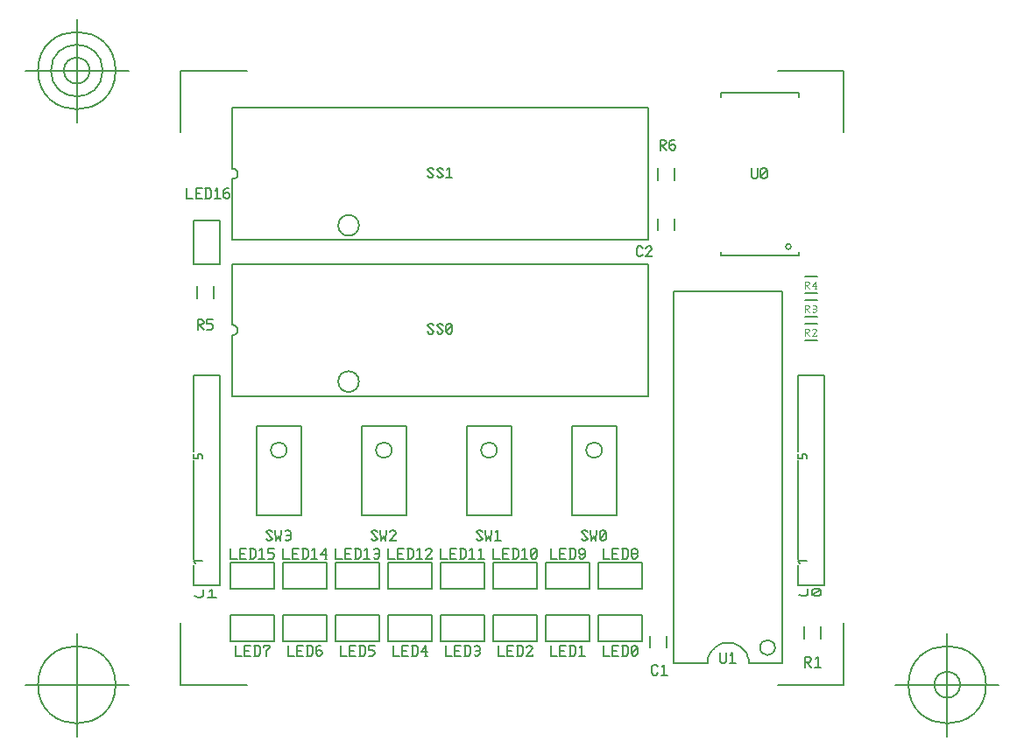
<source format=gbr>
G04 Generated by Ultiboard 11.0 *
%FSLAX25Y25*%
%MOIN*%

%ADD10C,0.00612*%
%ADD11C,0.00800*%
%ADD12C,0.00444*%
%ADD13C,0.00787*%
%ADD14C,0.00500*%


G04 ColorRGB FFFF00 for the following layer *
%LNSilkscreen Top*%
%LPD*%
%FSLAX25Y25*%
%MOIN*%
G54D10*
X96601Y132898D02*
X97385Y132110D01*
X97385Y132110D02*
X98168Y132110D01*
X98168Y132110D02*
X98952Y132898D01*
X98952Y132898D02*
X96601Y135260D01*
X96601Y135260D02*
X97385Y136047D01*
X97385Y136047D02*
X98168Y136047D01*
X98168Y136047D02*
X98952Y135260D01*
X100128Y132898D02*
X100912Y132110D01*
X100912Y132110D02*
X101696Y132110D01*
X101696Y132110D02*
X102480Y132898D01*
X102480Y132898D02*
X100128Y135260D01*
X100128Y135260D02*
X100912Y136047D01*
X100912Y136047D02*
X101696Y136047D01*
X101696Y136047D02*
X102480Y135260D01*
X103656Y135260D02*
X104440Y136047D01*
X104440Y136047D02*
X105224Y136047D01*
X105224Y136047D02*
X106007Y135260D01*
X106007Y135260D02*
X106007Y132898D01*
X106007Y132898D02*
X105224Y132110D01*
X105224Y132110D02*
X104440Y132110D01*
X104440Y132110D02*
X103656Y132898D01*
X103656Y132898D02*
X103656Y135260D01*
X106007Y135260D02*
X103656Y132898D01*
X96601Y192398D02*
X97385Y191610D01*
X97385Y191610D02*
X98168Y191610D01*
X98168Y191610D02*
X98952Y192398D01*
X98952Y192398D02*
X96601Y194760D01*
X96601Y194760D02*
X97385Y195547D01*
X97385Y195547D02*
X98168Y195547D01*
X98168Y195547D02*
X98952Y194760D01*
X100128Y192398D02*
X100912Y191610D01*
X100912Y191610D02*
X101696Y191610D01*
X101696Y191610D02*
X102480Y192398D01*
X102480Y192398D02*
X100128Y194760D01*
X100128Y194760D02*
X100912Y195547D01*
X100912Y195547D02*
X101696Y195547D01*
X101696Y195547D02*
X102480Y194760D01*
X104048Y194760D02*
X104832Y195547D01*
X104832Y195547D02*
X104832Y191610D01*
X103656Y191610D02*
X106007Y191610D01*
X115101Y54213D02*
X115885Y53425D01*
X115885Y53425D02*
X116668Y53425D01*
X116668Y53425D02*
X117452Y54213D01*
X117452Y54213D02*
X115101Y56575D01*
X115101Y56575D02*
X115885Y57362D01*
X115885Y57362D02*
X116668Y57362D01*
X116668Y57362D02*
X117452Y56575D01*
X118628Y57362D02*
X119020Y53425D01*
X119020Y53425D02*
X119804Y55000D01*
X119804Y55000D02*
X120588Y53425D01*
X120588Y53425D02*
X120980Y57362D01*
X122548Y56575D02*
X123332Y57362D01*
X123332Y57362D02*
X123332Y53425D01*
X122156Y53425D02*
X124507Y53425D01*
X35101Y54213D02*
X35885Y53425D01*
X35885Y53425D02*
X36668Y53425D01*
X36668Y53425D02*
X37452Y54213D01*
X37452Y54213D02*
X35101Y56575D01*
X35101Y56575D02*
X35885Y57362D01*
X35885Y57362D02*
X36668Y57362D01*
X36668Y57362D02*
X37452Y56575D01*
X38628Y57362D02*
X39020Y53425D01*
X39020Y53425D02*
X39804Y55000D01*
X39804Y55000D02*
X40588Y53425D01*
X40588Y53425D02*
X40980Y57362D01*
X42548Y56969D02*
X42940Y57362D01*
X42940Y57362D02*
X43724Y57362D01*
X43724Y57362D02*
X44507Y56575D01*
X44507Y56575D02*
X44507Y55787D01*
X44507Y55787D02*
X44115Y55394D01*
X44115Y55394D02*
X44507Y55000D01*
X44507Y55000D02*
X44507Y54213D01*
X44507Y54213D02*
X43724Y53425D01*
X43724Y53425D02*
X42940Y53425D01*
X42940Y53425D02*
X42548Y53819D01*
X42940Y55394D02*
X44115Y55394D01*
X75101Y54213D02*
X75885Y53425D01*
X75885Y53425D02*
X76668Y53425D01*
X76668Y53425D02*
X77452Y54213D01*
X77452Y54213D02*
X75101Y56575D01*
X75101Y56575D02*
X75885Y57362D01*
X75885Y57362D02*
X76668Y57362D01*
X76668Y57362D02*
X77452Y56575D01*
X78628Y57362D02*
X79020Y53425D01*
X79020Y53425D02*
X79804Y55000D01*
X79804Y55000D02*
X80588Y53425D01*
X80588Y53425D02*
X80980Y57362D01*
X82156Y56575D02*
X82940Y57362D01*
X82940Y57362D02*
X83724Y57362D01*
X83724Y57362D02*
X84507Y56575D01*
X84507Y56575D02*
X84507Y56181D01*
X84507Y56181D02*
X82156Y53425D01*
X82156Y53425D02*
X84507Y53425D01*
X84507Y53425D02*
X84507Y53819D01*
X9156Y133669D02*
X9156Y137606D01*
X9156Y137606D02*
X10724Y137606D01*
X10724Y137606D02*
X11507Y136819D01*
X11507Y136819D02*
X11507Y136425D01*
X11507Y136425D02*
X10724Y135638D01*
X10724Y135638D02*
X9156Y135638D01*
X9548Y135638D02*
X11507Y133669D01*
X15035Y137606D02*
X12683Y137606D01*
X12683Y137606D02*
X12683Y136031D01*
X12683Y136031D02*
X14251Y136031D01*
X14251Y136031D02*
X15035Y135244D01*
X15035Y135244D02*
X15035Y134457D01*
X15035Y134457D02*
X14251Y133669D01*
X14251Y133669D02*
X12683Y133669D01*
X207892Y10606D02*
X207892Y7457D01*
X207892Y7457D02*
X208676Y6669D01*
X208676Y6669D02*
X209460Y6669D01*
X209460Y6669D02*
X210244Y7457D01*
X210244Y7457D02*
X210244Y10606D01*
X211811Y9819D02*
X212595Y10606D01*
X212595Y10606D02*
X212595Y6669D01*
X211420Y6669D02*
X213771Y6669D01*
X184244Y2957D02*
X183460Y2169D01*
X183460Y2169D02*
X182676Y2169D01*
X182676Y2169D02*
X181892Y2957D01*
X181892Y2957D02*
X181892Y5319D01*
X181892Y5319D02*
X182676Y6106D01*
X182676Y6106D02*
X183460Y6106D01*
X183460Y6106D02*
X184244Y5319D01*
X185811Y5319D02*
X186595Y6106D01*
X186595Y6106D02*
X186595Y2169D01*
X185420Y2169D02*
X187771Y2169D01*
X155101Y54213D02*
X155885Y53425D01*
X155885Y53425D02*
X156668Y53425D01*
X156668Y53425D02*
X157452Y54213D01*
X157452Y54213D02*
X155101Y56575D01*
X155101Y56575D02*
X155885Y57362D01*
X155885Y57362D02*
X156668Y57362D01*
X156668Y57362D02*
X157452Y56575D01*
X158628Y57362D02*
X159020Y53425D01*
X159020Y53425D02*
X159804Y55000D01*
X159804Y55000D02*
X160588Y53425D01*
X160588Y53425D02*
X160980Y57362D01*
X162156Y56575D02*
X162940Y57362D01*
X162940Y57362D02*
X163724Y57362D01*
X163724Y57362D02*
X164507Y56575D01*
X164507Y56575D02*
X164507Y54213D01*
X164507Y54213D02*
X163724Y53425D01*
X163724Y53425D02*
X162940Y53425D01*
X162940Y53425D02*
X162156Y54213D01*
X162156Y54213D02*
X162156Y56575D01*
X164507Y56575D02*
X162156Y54213D01*
X240392Y5169D02*
X240392Y9106D01*
X240392Y9106D02*
X241960Y9106D01*
X241960Y9106D02*
X242744Y8319D01*
X242744Y8319D02*
X242744Y7925D01*
X242744Y7925D02*
X241960Y7138D01*
X241960Y7138D02*
X240392Y7138D01*
X240784Y7138D02*
X242744Y5169D01*
X244311Y8319D02*
X245095Y9106D01*
X245095Y9106D02*
X245095Y5169D01*
X243920Y5169D02*
X246271Y5169D01*
X185156Y202169D02*
X185156Y206106D01*
X185156Y206106D02*
X186724Y206106D01*
X186724Y206106D02*
X187507Y205319D01*
X187507Y205319D02*
X187507Y204925D01*
X187507Y204925D02*
X186724Y204138D01*
X186724Y204138D02*
X185156Y204138D01*
X185548Y204138D02*
X187507Y202169D01*
X190643Y206106D02*
X189467Y206106D01*
X189467Y206106D02*
X188683Y205319D01*
X188683Y205319D02*
X188683Y203744D01*
X188683Y203744D02*
X188683Y202957D01*
X188683Y202957D02*
X189467Y202169D01*
X189467Y202169D02*
X190251Y202169D01*
X190251Y202169D02*
X191035Y202957D01*
X191035Y202957D02*
X191035Y203744D01*
X191035Y203744D02*
X190251Y204531D01*
X190251Y204531D02*
X189467Y204531D01*
X189467Y204531D02*
X188683Y203744D01*
X178507Y162457D02*
X177724Y161669D01*
X177724Y161669D02*
X176940Y161669D01*
X176940Y161669D02*
X176156Y162457D01*
X176156Y162457D02*
X176156Y164819D01*
X176156Y164819D02*
X176940Y165606D01*
X176940Y165606D02*
X177724Y165606D01*
X177724Y165606D02*
X178507Y164819D01*
X179683Y164819D02*
X180467Y165606D01*
X180467Y165606D02*
X181251Y165606D01*
X181251Y165606D02*
X182035Y164819D01*
X182035Y164819D02*
X182035Y164425D01*
X182035Y164425D02*
X179683Y161669D01*
X179683Y161669D02*
X182035Y161669D01*
X182035Y161669D02*
X182035Y162063D01*
G54D11*
X123504Y13446D02*
X123504Y9509D01*
X123504Y9509D02*
X125856Y9509D01*
X129383Y9509D02*
X127031Y9509D01*
X127031Y9509D02*
X127031Y11477D01*
X127031Y11477D02*
X127031Y13446D01*
X127031Y13446D02*
X129383Y13446D01*
X127031Y11477D02*
X128599Y11477D01*
X130559Y9509D02*
X132126Y9509D01*
X132126Y9509D02*
X132910Y10296D01*
X132910Y10296D02*
X132910Y12658D01*
X132910Y12658D02*
X132126Y13446D01*
X132126Y13446D02*
X130559Y13446D01*
X130951Y13446D02*
X130951Y9509D01*
X134086Y12658D02*
X134870Y13446D01*
X134870Y13446D02*
X135654Y13446D01*
X135654Y13446D02*
X136437Y12658D01*
X136437Y12658D02*
X136437Y12264D01*
X136437Y12264D02*
X134086Y9509D01*
X134086Y9509D02*
X136437Y9509D01*
X136437Y9509D02*
X136437Y9902D01*
X121740Y50446D02*
X121740Y46509D01*
X121740Y46509D02*
X124092Y46509D01*
X127619Y46509D02*
X125268Y46509D01*
X125268Y46509D02*
X125268Y48477D01*
X125268Y48477D02*
X125268Y50446D01*
X125268Y50446D02*
X127619Y50446D01*
X125268Y48477D02*
X126835Y48477D01*
X128795Y46509D02*
X130363Y46509D01*
X130363Y46509D02*
X131147Y47296D01*
X131147Y47296D02*
X131147Y49658D01*
X131147Y49658D02*
X130363Y50446D01*
X130363Y50446D02*
X128795Y50446D01*
X129187Y50446D02*
X129187Y46509D01*
X132714Y49658D02*
X133498Y50446D01*
X133498Y50446D02*
X133498Y46509D01*
X132322Y46509D02*
X134674Y46509D01*
X135850Y49658D02*
X136633Y50446D01*
X136633Y50446D02*
X137417Y50446D01*
X137417Y50446D02*
X138201Y49658D01*
X138201Y49658D02*
X138201Y47296D01*
X138201Y47296D02*
X137417Y46509D01*
X137417Y46509D02*
X136633Y46509D01*
X136633Y46509D02*
X135850Y47296D01*
X135850Y47296D02*
X135850Y49658D01*
X138201Y49658D02*
X135850Y47296D01*
X63504Y13446D02*
X63504Y9509D01*
X63504Y9509D02*
X65856Y9509D01*
X69383Y9509D02*
X67031Y9509D01*
X67031Y9509D02*
X67031Y11477D01*
X67031Y11477D02*
X67031Y13446D01*
X67031Y13446D02*
X69383Y13446D01*
X67031Y11477D02*
X68599Y11477D01*
X70559Y9509D02*
X72126Y9509D01*
X72126Y9509D02*
X72910Y10296D01*
X72910Y10296D02*
X72910Y12658D01*
X72910Y12658D02*
X72126Y13446D01*
X72126Y13446D02*
X70559Y13446D01*
X70951Y13446D02*
X70951Y9509D01*
X76437Y13446D02*
X74086Y13446D01*
X74086Y13446D02*
X74086Y11871D01*
X74086Y11871D02*
X75654Y11871D01*
X75654Y11871D02*
X76437Y11083D01*
X76437Y11083D02*
X76437Y10296D01*
X76437Y10296D02*
X75654Y9509D01*
X75654Y9509D02*
X74086Y9509D01*
X61740Y50446D02*
X61740Y46509D01*
X61740Y46509D02*
X64092Y46509D01*
X67619Y46509D02*
X65268Y46509D01*
X65268Y46509D02*
X65268Y48477D01*
X65268Y48477D02*
X65268Y50446D01*
X65268Y50446D02*
X67619Y50446D01*
X65268Y48477D02*
X66835Y48477D01*
X68795Y46509D02*
X70363Y46509D01*
X70363Y46509D02*
X71147Y47296D01*
X71147Y47296D02*
X71147Y49658D01*
X71147Y49658D02*
X70363Y50446D01*
X70363Y50446D02*
X68795Y50446D01*
X69187Y50446D02*
X69187Y46509D01*
X72714Y49658D02*
X73498Y50446D01*
X73498Y50446D02*
X73498Y46509D01*
X72322Y46509D02*
X74674Y46509D01*
X76242Y50052D02*
X76633Y50446D01*
X76633Y50446D02*
X77417Y50446D01*
X77417Y50446D02*
X78201Y49658D01*
X78201Y49658D02*
X78201Y48871D01*
X78201Y48871D02*
X77809Y48477D01*
X77809Y48477D02*
X78201Y48083D01*
X78201Y48083D02*
X78201Y47296D01*
X78201Y47296D02*
X77417Y46509D01*
X77417Y46509D02*
X76633Y46509D01*
X76633Y46509D02*
X76242Y46902D01*
X76633Y48477D02*
X77809Y48477D01*
X8056Y32321D02*
X9167Y31726D01*
X9167Y31726D02*
X10278Y31726D01*
X10278Y31726D02*
X11389Y32321D01*
X11389Y32321D02*
X11389Y34702D01*
X13611Y34107D02*
X14722Y34702D01*
X14722Y34702D02*
X14722Y31726D01*
X13056Y31726D02*
X16389Y31726D01*
X23504Y13446D02*
X23504Y9509D01*
X23504Y9509D02*
X25856Y9509D01*
X29383Y9509D02*
X27031Y9509D01*
X27031Y9509D02*
X27031Y11477D01*
X27031Y11477D02*
X27031Y13446D01*
X27031Y13446D02*
X29383Y13446D01*
X27031Y11477D02*
X28599Y11477D01*
X30559Y9509D02*
X32126Y9509D01*
X32126Y9509D02*
X32910Y10296D01*
X32910Y10296D02*
X32910Y12658D01*
X32910Y12658D02*
X32126Y13446D01*
X32126Y13446D02*
X30559Y13446D01*
X30951Y13446D02*
X30951Y9509D01*
X35262Y9509D02*
X35262Y11477D01*
X35262Y11477D02*
X36437Y12658D01*
X36437Y12658D02*
X36437Y13446D01*
X36437Y13446D02*
X34086Y13446D01*
X34086Y13446D02*
X34086Y12658D01*
X21740Y50446D02*
X21740Y46509D01*
X21740Y46509D02*
X24092Y46509D01*
X27619Y46509D02*
X25268Y46509D01*
X25268Y46509D02*
X25268Y48477D01*
X25268Y48477D02*
X25268Y50446D01*
X25268Y50446D02*
X27619Y50446D01*
X25268Y48477D02*
X26835Y48477D01*
X28795Y46509D02*
X30363Y46509D01*
X30363Y46509D02*
X31147Y47296D01*
X31147Y47296D02*
X31147Y49658D01*
X31147Y49658D02*
X30363Y50446D01*
X30363Y50446D02*
X28795Y50446D01*
X29187Y50446D02*
X29187Y46509D01*
X32714Y49658D02*
X33498Y50446D01*
X33498Y50446D02*
X33498Y46509D01*
X32322Y46509D02*
X34674Y46509D01*
X38201Y50446D02*
X35850Y50446D01*
X35850Y50446D02*
X35850Y48871D01*
X35850Y48871D02*
X37417Y48871D01*
X37417Y48871D02*
X38201Y48083D01*
X38201Y48083D02*
X38201Y47296D01*
X38201Y47296D02*
X37417Y46509D01*
X37417Y46509D02*
X35850Y46509D01*
X43504Y13446D02*
X43504Y9509D01*
X43504Y9509D02*
X45856Y9509D01*
X49383Y9509D02*
X47031Y9509D01*
X47031Y9509D02*
X47031Y11477D01*
X47031Y11477D02*
X47031Y13446D01*
X47031Y13446D02*
X49383Y13446D01*
X47031Y11477D02*
X48599Y11477D01*
X50559Y9509D02*
X52126Y9509D01*
X52126Y9509D02*
X52910Y10296D01*
X52910Y10296D02*
X52910Y12658D01*
X52910Y12658D02*
X52126Y13446D01*
X52126Y13446D02*
X50559Y13446D01*
X50951Y13446D02*
X50951Y9509D01*
X56046Y13446D02*
X54870Y13446D01*
X54870Y13446D02*
X54086Y12658D01*
X54086Y12658D02*
X54086Y11083D01*
X54086Y11083D02*
X54086Y10296D01*
X54086Y10296D02*
X54870Y9509D01*
X54870Y9509D02*
X55654Y9509D01*
X55654Y9509D02*
X56437Y10296D01*
X56437Y10296D02*
X56437Y11083D01*
X56437Y11083D02*
X55654Y11871D01*
X55654Y11871D02*
X54870Y11871D01*
X54870Y11871D02*
X54086Y11083D01*
X41740Y50446D02*
X41740Y46509D01*
X41740Y46509D02*
X44092Y46509D01*
X47619Y46509D02*
X45268Y46509D01*
X45268Y46509D02*
X45268Y48477D01*
X45268Y48477D02*
X45268Y50446D01*
X45268Y50446D02*
X47619Y50446D01*
X45268Y48477D02*
X46835Y48477D01*
X48795Y46509D02*
X50363Y46509D01*
X50363Y46509D02*
X51147Y47296D01*
X51147Y47296D02*
X51147Y49658D01*
X51147Y49658D02*
X50363Y50446D01*
X50363Y50446D02*
X48795Y50446D01*
X49187Y50446D02*
X49187Y46509D01*
X52714Y49658D02*
X53498Y50446D01*
X53498Y50446D02*
X53498Y46509D01*
X52322Y46509D02*
X54674Y46509D01*
X58201Y48083D02*
X55850Y48083D01*
X55850Y48083D02*
X57809Y50446D01*
X57809Y50446D02*
X57809Y46509D01*
X57417Y46509D02*
X58201Y46509D01*
X83504Y13446D02*
X83504Y9509D01*
X83504Y9509D02*
X85856Y9509D01*
X89383Y9509D02*
X87031Y9509D01*
X87031Y9509D02*
X87031Y11477D01*
X87031Y11477D02*
X87031Y13446D01*
X87031Y13446D02*
X89383Y13446D01*
X87031Y11477D02*
X88599Y11477D01*
X90559Y9509D02*
X92126Y9509D01*
X92126Y9509D02*
X92910Y10296D01*
X92910Y10296D02*
X92910Y12658D01*
X92910Y12658D02*
X92126Y13446D01*
X92126Y13446D02*
X90559Y13446D01*
X90951Y13446D02*
X90951Y9509D01*
X96437Y11083D02*
X94086Y11083D01*
X94086Y11083D02*
X96046Y13446D01*
X96046Y13446D02*
X96046Y9509D01*
X95654Y9509D02*
X96437Y9509D01*
X81740Y50446D02*
X81740Y46509D01*
X81740Y46509D02*
X84092Y46509D01*
X87619Y46509D02*
X85268Y46509D01*
X85268Y46509D02*
X85268Y48477D01*
X85268Y48477D02*
X85268Y50446D01*
X85268Y50446D02*
X87619Y50446D01*
X85268Y48477D02*
X86835Y48477D01*
X88795Y46509D02*
X90363Y46509D01*
X90363Y46509D02*
X91147Y47296D01*
X91147Y47296D02*
X91147Y49658D01*
X91147Y49658D02*
X90363Y50446D01*
X90363Y50446D02*
X88795Y50446D01*
X89187Y50446D02*
X89187Y46509D01*
X92714Y49658D02*
X93498Y50446D01*
X93498Y50446D02*
X93498Y46509D01*
X92322Y46509D02*
X94674Y46509D01*
X95850Y49658D02*
X96633Y50446D01*
X96633Y50446D02*
X97417Y50446D01*
X97417Y50446D02*
X98201Y49658D01*
X98201Y49658D02*
X98201Y49264D01*
X98201Y49264D02*
X95850Y46509D01*
X95850Y46509D02*
X98201Y46509D01*
X98201Y46509D02*
X98201Y46902D01*
X103504Y13446D02*
X103504Y9509D01*
X103504Y9509D02*
X105856Y9509D01*
X109383Y9509D02*
X107031Y9509D01*
X107031Y9509D02*
X107031Y11477D01*
X107031Y11477D02*
X107031Y13446D01*
X107031Y13446D02*
X109383Y13446D01*
X107031Y11477D02*
X108599Y11477D01*
X110559Y9509D02*
X112126Y9509D01*
X112126Y9509D02*
X112910Y10296D01*
X112910Y10296D02*
X112910Y12658D01*
X112910Y12658D02*
X112126Y13446D01*
X112126Y13446D02*
X110559Y13446D01*
X110951Y13446D02*
X110951Y9509D01*
X114478Y13052D02*
X114870Y13446D01*
X114870Y13446D02*
X115654Y13446D01*
X115654Y13446D02*
X116437Y12658D01*
X116437Y12658D02*
X116437Y11871D01*
X116437Y11871D02*
X116046Y11477D01*
X116046Y11477D02*
X116437Y11083D01*
X116437Y11083D02*
X116437Y10296D01*
X116437Y10296D02*
X115654Y9509D01*
X115654Y9509D02*
X114870Y9509D01*
X114870Y9509D02*
X114478Y9902D01*
X114870Y11477D02*
X116046Y11477D01*
X101740Y50446D02*
X101740Y46509D01*
X101740Y46509D02*
X104092Y46509D01*
X107619Y46509D02*
X105268Y46509D01*
X105268Y46509D02*
X105268Y48477D01*
X105268Y48477D02*
X105268Y50446D01*
X105268Y50446D02*
X107619Y50446D01*
X105268Y48477D02*
X106835Y48477D01*
X108795Y46509D02*
X110363Y46509D01*
X110363Y46509D02*
X111147Y47296D01*
X111147Y47296D02*
X111147Y49658D01*
X111147Y49658D02*
X110363Y50446D01*
X110363Y50446D02*
X108795Y50446D01*
X109187Y50446D02*
X109187Y46509D01*
X112714Y49658D02*
X113498Y50446D01*
X113498Y50446D02*
X113498Y46509D01*
X112322Y46509D02*
X114674Y46509D01*
X116242Y49658D02*
X117025Y50446D01*
X117025Y50446D02*
X117025Y46509D01*
X115850Y46509D02*
X118201Y46509D01*
X4892Y187606D02*
X4892Y183669D01*
X4892Y183669D02*
X7243Y183669D01*
X10771Y183669D02*
X8419Y183669D01*
X8419Y183669D02*
X8419Y185638D01*
X8419Y185638D02*
X8419Y187606D01*
X8419Y187606D02*
X10771Y187606D01*
X8419Y185638D02*
X9987Y185638D01*
X11947Y183669D02*
X13514Y183669D01*
X13514Y183669D02*
X14298Y184457D01*
X14298Y184457D02*
X14298Y186819D01*
X14298Y186819D02*
X13514Y187606D01*
X13514Y187606D02*
X11947Y187606D01*
X12338Y187606D02*
X12338Y183669D01*
X15866Y186819D02*
X16650Y187606D01*
X16650Y187606D02*
X16650Y183669D01*
X15474Y183669D02*
X17825Y183669D01*
X20961Y187606D02*
X19785Y187606D01*
X19785Y187606D02*
X19001Y186819D01*
X19001Y186819D02*
X19001Y185244D01*
X19001Y185244D02*
X19001Y184457D01*
X19001Y184457D02*
X19785Y183669D01*
X19785Y183669D02*
X20569Y183669D01*
X20569Y183669D02*
X21353Y184457D01*
X21353Y184457D02*
X21353Y185244D01*
X21353Y185244D02*
X20569Y186031D01*
X20569Y186031D02*
X19785Y186031D01*
X19785Y186031D02*
X19001Y185244D01*
X143504Y13446D02*
X143504Y9509D01*
X143504Y9509D02*
X145856Y9509D01*
X149383Y9509D02*
X147031Y9509D01*
X147031Y9509D02*
X147031Y11477D01*
X147031Y11477D02*
X147031Y13446D01*
X147031Y13446D02*
X149383Y13446D01*
X147031Y11477D02*
X148599Y11477D01*
X150559Y9509D02*
X152126Y9509D01*
X152126Y9509D02*
X152910Y10296D01*
X152910Y10296D02*
X152910Y12658D01*
X152910Y12658D02*
X152126Y13446D01*
X152126Y13446D02*
X150559Y13446D01*
X150951Y13446D02*
X150951Y9509D01*
X154478Y12658D02*
X155262Y13446D01*
X155262Y13446D02*
X155262Y9509D01*
X154086Y9509D02*
X156437Y9509D01*
X143504Y50446D02*
X143504Y46509D01*
X143504Y46509D02*
X145856Y46509D01*
X149383Y46509D02*
X147031Y46509D01*
X147031Y46509D02*
X147031Y48477D01*
X147031Y48477D02*
X147031Y50446D01*
X147031Y50446D02*
X149383Y50446D01*
X147031Y48477D02*
X148599Y48477D01*
X150559Y46509D02*
X152126Y46509D01*
X152126Y46509D02*
X152910Y47296D01*
X152910Y47296D02*
X152910Y49658D01*
X152910Y49658D02*
X152126Y50446D01*
X152126Y50446D02*
X150559Y50446D01*
X150951Y50446D02*
X150951Y46509D01*
X154086Y47296D02*
X154870Y46509D01*
X154870Y46509D02*
X155654Y46509D01*
X155654Y46509D02*
X156437Y47296D01*
X156437Y47296D02*
X156437Y48871D01*
X156437Y48871D02*
X156437Y49658D01*
X156437Y49658D02*
X155654Y50446D01*
X155654Y50446D02*
X154870Y50446D01*
X154870Y50446D02*
X154086Y49658D01*
X154086Y49658D02*
X154086Y48871D01*
X154086Y48871D02*
X154870Y48083D01*
X154870Y48083D02*
X155654Y48083D01*
X155654Y48083D02*
X156437Y48871D01*
X163504Y13446D02*
X163504Y9509D01*
X163504Y9509D02*
X165856Y9509D01*
X169383Y9509D02*
X167031Y9509D01*
X167031Y9509D02*
X167031Y11477D01*
X167031Y11477D02*
X167031Y13446D01*
X167031Y13446D02*
X169383Y13446D01*
X167031Y11477D02*
X168599Y11477D01*
X170559Y9509D02*
X172126Y9509D01*
X172126Y9509D02*
X172910Y10296D01*
X172910Y10296D02*
X172910Y12658D01*
X172910Y12658D02*
X172126Y13446D01*
X172126Y13446D02*
X170559Y13446D01*
X170951Y13446D02*
X170951Y9509D01*
X174086Y12658D02*
X174870Y13446D01*
X174870Y13446D02*
X175654Y13446D01*
X175654Y13446D02*
X176437Y12658D01*
X176437Y12658D02*
X176437Y10296D01*
X176437Y10296D02*
X175654Y9509D01*
X175654Y9509D02*
X174870Y9509D01*
X174870Y9509D02*
X174086Y10296D01*
X174086Y10296D02*
X174086Y12658D01*
X176437Y12658D02*
X174086Y10296D01*
X163504Y50446D02*
X163504Y46509D01*
X163504Y46509D02*
X165856Y46509D01*
X169383Y46509D02*
X167031Y46509D01*
X167031Y46509D02*
X167031Y48477D01*
X167031Y48477D02*
X167031Y50446D01*
X167031Y50446D02*
X169383Y50446D01*
X167031Y48477D02*
X168599Y48477D01*
X170559Y46509D02*
X172126Y46509D01*
X172126Y46509D02*
X172910Y47296D01*
X172910Y47296D02*
X172910Y49658D01*
X172910Y49658D02*
X172126Y50446D01*
X172126Y50446D02*
X170559Y50446D01*
X170951Y50446D02*
X170951Y46509D01*
X175654Y46509D02*
X174870Y46509D01*
X174870Y46509D02*
X174086Y47296D01*
X174086Y47296D02*
X174086Y48083D01*
X174086Y48083D02*
X174478Y48477D01*
X174478Y48477D02*
X174086Y48871D01*
X174086Y48871D02*
X174086Y49658D01*
X174086Y49658D02*
X174870Y50446D01*
X174870Y50446D02*
X175654Y50446D01*
X175654Y50446D02*
X176437Y49658D01*
X176437Y49658D02*
X176437Y48871D01*
X176437Y48871D02*
X176046Y48477D01*
X176046Y48477D02*
X176437Y48083D01*
X176437Y48083D02*
X176437Y47296D01*
X176437Y47296D02*
X175654Y46509D01*
X174478Y48477D02*
X176046Y48477D01*
X238056Y32821D02*
X239167Y32226D01*
X239167Y32226D02*
X240278Y32226D01*
X240278Y32226D02*
X241389Y32821D01*
X241389Y32821D02*
X241389Y35202D01*
X243056Y34607D02*
X244167Y35202D01*
X244167Y35202D02*
X245278Y35202D01*
X245278Y35202D02*
X246389Y34607D01*
X246389Y34607D02*
X246389Y32821D01*
X246389Y32821D02*
X245278Y32226D01*
X245278Y32226D02*
X244167Y32226D01*
X244167Y32226D02*
X243056Y32821D01*
X243056Y32821D02*
X243056Y34607D01*
X246389Y34607D02*
X243056Y32821D01*
X219850Y195362D02*
X219850Y192213D01*
X219850Y192213D02*
X220638Y191425D01*
X220638Y191425D02*
X221425Y191425D01*
X221425Y191425D02*
X222213Y192213D01*
X222213Y192213D02*
X222213Y195362D01*
X223394Y194575D02*
X224181Y195362D01*
X224181Y195362D02*
X224969Y195362D01*
X224969Y195362D02*
X225756Y194575D01*
X225756Y194575D02*
X225756Y192213D01*
X225756Y192213D02*
X224969Y191425D01*
X224969Y191425D02*
X224181Y191425D01*
X224181Y191425D02*
X223394Y192213D01*
X223394Y192213D02*
X223394Y194575D01*
X225756Y194575D02*
X223394Y192213D01*
X22406Y108488D02*
X180594Y108488D01*
X180594Y158882D02*
X22406Y158882D01*
X22406Y131717D02*
X22406Y108488D01*
X62626Y114000D02*
G75*
D01*
G02X62626Y114000I3937J0*
G01*
X22406Y158882D02*
X22406Y135654D01*
X22406Y131717D02*
X22577Y131724D01*
X22577Y131724D02*
X22747Y131746D01*
X22747Y131746D02*
X22915Y131784D01*
X22915Y131784D02*
X23079Y131835D01*
X23079Y131835D02*
X23237Y131901D01*
X23237Y131901D02*
X23390Y131980D01*
X23390Y131980D02*
X23535Y132073D01*
X23535Y132073D02*
X23671Y132177D01*
X23671Y132177D02*
X23797Y132293D01*
X23797Y132293D02*
X23913Y132420D01*
X23913Y132420D02*
X24018Y132556D01*
X24018Y132556D02*
X24110Y132701D01*
X24110Y132701D02*
X24190Y132853D01*
X24190Y132853D02*
X24255Y133012D01*
X24255Y133012D02*
X24307Y133176D01*
X24307Y133176D02*
X24344Y133343D01*
X24344Y133343D02*
X24367Y133513D01*
X24367Y133513D02*
X24374Y133685D01*
X24374Y133685D02*
X24367Y133857D01*
X24367Y133857D02*
X24344Y134027D01*
X24344Y134027D02*
X24307Y134195D01*
X24307Y134195D02*
X24255Y134358D01*
X24255Y134358D02*
X24190Y134517D01*
X24190Y134517D02*
X24110Y134669D01*
X24110Y134669D02*
X24018Y134814D01*
X24018Y134814D02*
X23913Y134950D01*
X23913Y134950D02*
X23797Y135077D01*
X23797Y135077D02*
X23671Y135193D01*
X23671Y135193D02*
X23535Y135298D01*
X23535Y135298D02*
X23390Y135390D01*
X23390Y135390D02*
X23237Y135469D01*
X23237Y135469D02*
X23079Y135535D01*
X23079Y135535D02*
X22915Y135586D01*
X22915Y135586D02*
X22747Y135624D01*
X22747Y135624D02*
X22577Y135646D01*
X22577Y135646D02*
X22406Y135654D01*
X180594Y108488D02*
X180594Y158882D01*
X22406Y167988D02*
X180594Y167988D01*
X180594Y218382D02*
X22406Y218382D01*
X62626Y173500D02*
G75*
D01*
G02X62626Y173500I3937J0*
G01*
X22406Y191217D02*
X22406Y167988D01*
X22406Y218382D02*
X22406Y195154D01*
X22406Y191217D02*
X22577Y191224D01*
X22577Y191224D02*
X22747Y191246D01*
X22747Y191246D02*
X22915Y191284D01*
X22915Y191284D02*
X23079Y191335D01*
X23079Y191335D02*
X23237Y191401D01*
X23237Y191401D02*
X23390Y191480D01*
X23390Y191480D02*
X23535Y191573D01*
X23535Y191573D02*
X23671Y191677D01*
X23671Y191677D02*
X23797Y191793D01*
X23797Y191793D02*
X23913Y191920D01*
X23913Y191920D02*
X24018Y192056D01*
X24018Y192056D02*
X24110Y192201D01*
X24110Y192201D02*
X24190Y192353D01*
X24190Y192353D02*
X24255Y192512D01*
X24255Y192512D02*
X24307Y192676D01*
X24307Y192676D02*
X24344Y192843D01*
X24344Y192843D02*
X24367Y193013D01*
X24367Y193013D02*
X24374Y193185D01*
X24374Y193185D02*
X24367Y193357D01*
X24367Y193357D02*
X24344Y193527D01*
X24344Y193527D02*
X24307Y193695D01*
X24307Y193695D02*
X24255Y193858D01*
X24255Y193858D02*
X24190Y194017D01*
X24190Y194017D02*
X24110Y194169D01*
X24110Y194169D02*
X24018Y194314D01*
X24018Y194314D02*
X23913Y194450D01*
X23913Y194450D02*
X23797Y194577D01*
X23797Y194577D02*
X23671Y194693D01*
X23671Y194693D02*
X23535Y194798D01*
X23535Y194798D02*
X23390Y194890D01*
X23390Y194890D02*
X23237Y194969D01*
X23237Y194969D02*
X23079Y195035D01*
X23079Y195035D02*
X22915Y195086D01*
X22915Y195086D02*
X22747Y195124D01*
X22747Y195124D02*
X22577Y195146D01*
X22577Y195146D02*
X22406Y195154D01*
X180594Y167988D02*
X180594Y218382D01*
X121667Y25000D02*
X138333Y25000D01*
X138333Y15000D02*
X121667Y15000D01*
X121667Y15000D02*
X121667Y25000D01*
X138333Y25000D02*
X138333Y15000D01*
X121667Y45000D02*
X138333Y45000D01*
X138333Y35000D02*
X121667Y35000D01*
X121667Y35000D02*
X121667Y45000D01*
X138333Y45000D02*
X138333Y35000D01*
X111535Y63071D02*
X128465Y63071D01*
X128465Y96929D02*
X111535Y96929D01*
X111535Y96929D02*
X111535Y63071D01*
X117000Y87874D02*
G75*
D01*
G02X117000Y87874I3000J0*
G01*
X128465Y63071D02*
X128465Y96929D01*
X61667Y25000D02*
X78333Y25000D01*
X78333Y15000D02*
X61667Y15000D01*
X61667Y15000D02*
X61667Y25000D01*
X78333Y25000D02*
X78333Y15000D01*
X61667Y45000D02*
X78333Y45000D01*
X78333Y35000D02*
X61667Y35000D01*
X61667Y35000D02*
X61667Y45000D01*
X78333Y45000D02*
X78333Y35000D01*
X7500Y46500D02*
X7500Y84000D01*
X17500Y116500D02*
X17500Y36500D01*
X17500Y36500D02*
X7500Y36500D01*
X8333Y44833D02*
X7500Y45667D01*
X7500Y36500D02*
X7500Y44000D01*
X7500Y45667D02*
X10833Y45667D01*
X7500Y116500D02*
X7500Y87333D01*
X7500Y84833D02*
X7500Y86500D01*
X9167Y84833D02*
X9167Y85667D01*
X10833Y84833D02*
X10833Y85667D01*
X10833Y85667D02*
X10830Y85739D01*
X10830Y85739D02*
X10821Y85811D01*
X10821Y85811D02*
X10805Y85882D01*
X10805Y85882D02*
X10783Y85952D01*
X10783Y85952D02*
X10755Y86019D01*
X10755Y86019D02*
X10722Y86083D01*
X10722Y86083D02*
X10683Y86145D01*
X10683Y86145D02*
X10638Y86202D01*
X10638Y86202D02*
X10589Y86256D01*
X10589Y86256D02*
X10536Y86305D01*
X10536Y86305D02*
X10478Y86349D01*
X10478Y86349D02*
X10417Y86388D01*
X10417Y86388D02*
X10352Y86422D01*
X10352Y86422D02*
X10285Y86450D01*
X10285Y86450D02*
X10216Y86471D01*
X10216Y86471D02*
X10145Y86487D01*
X10145Y86487D02*
X10073Y86497D01*
X10073Y86497D02*
X10000Y86500D01*
X10000Y86500D02*
X9927Y86497D01*
X9927Y86497D02*
X9855Y86487D01*
X9855Y86487D02*
X9784Y86471D01*
X9784Y86471D02*
X9715Y86450D01*
X9715Y86450D02*
X9648Y86422D01*
X9648Y86422D02*
X9583Y86388D01*
X9583Y86388D02*
X9522Y86349D01*
X9522Y86349D02*
X9464Y86305D01*
X9464Y86305D02*
X9411Y86256D01*
X9411Y86256D02*
X9362Y86202D01*
X9362Y86202D02*
X9317Y86145D01*
X9317Y86145D02*
X9278Y86083D01*
X9278Y86083D02*
X9245Y86019D01*
X9245Y86019D02*
X9217Y85952D01*
X9217Y85952D02*
X9195Y85882D01*
X9195Y85882D02*
X9179Y85811D01*
X9179Y85811D02*
X9170Y85739D01*
X9170Y85739D02*
X9167Y85667D01*
X9167Y84833D02*
X7500Y84833D01*
X7500Y116500D02*
X17500Y116500D01*
X31535Y96929D02*
X31535Y63071D01*
X48465Y63071D02*
X48465Y96929D01*
X31535Y63071D02*
X48465Y63071D01*
X48465Y96929D02*
X31535Y96929D01*
X37000Y87874D02*
G75*
D01*
G02X37000Y87874I3000J0*
G01*
X38333Y15000D02*
X21667Y15000D01*
X21667Y25000D02*
X38333Y25000D01*
X21667Y15000D02*
X21667Y25000D01*
X38333Y25000D02*
X38333Y15000D01*
X21667Y45000D02*
X38333Y45000D01*
X38333Y35000D02*
X21667Y35000D01*
X21667Y35000D02*
X21667Y45000D01*
X38333Y45000D02*
X38333Y35000D01*
X58333Y15000D02*
X41667Y15000D01*
X41667Y25000D02*
X58333Y25000D01*
X41667Y15000D02*
X41667Y25000D01*
X58333Y25000D02*
X58333Y15000D01*
X58333Y35000D02*
X41667Y35000D01*
X41667Y45000D02*
X58333Y45000D01*
X41667Y35000D02*
X41667Y45000D01*
X58333Y45000D02*
X58333Y35000D01*
X71535Y96929D02*
X71535Y63071D01*
X88465Y63071D02*
X88465Y96929D01*
X71535Y63071D02*
X88465Y63071D01*
X77000Y87874D02*
G75*
D01*
G02X77000Y87874I3000J0*
G01*
X88465Y96929D02*
X71535Y96929D01*
X98333Y15000D02*
X81667Y15000D01*
X81667Y25000D02*
X98333Y25000D01*
X81667Y15000D02*
X81667Y25000D01*
X98333Y25000D02*
X98333Y15000D01*
X98333Y35000D02*
X81667Y35000D01*
X81667Y45000D02*
X98333Y45000D01*
X81667Y35000D02*
X81667Y45000D01*
X98333Y45000D02*
X98333Y35000D01*
X118333Y15000D02*
X101667Y15000D01*
X101667Y25000D02*
X118333Y25000D01*
X101667Y15000D02*
X101667Y25000D01*
X118333Y25000D02*
X118333Y15000D01*
X118333Y35000D02*
X101667Y35000D01*
X101667Y45000D02*
X118333Y45000D01*
X101667Y35000D02*
X101667Y45000D01*
X118333Y45000D02*
X118333Y35000D01*
X7500Y175333D02*
X17500Y175333D01*
X17500Y158667D02*
X7500Y158667D01*
X7500Y158667D02*
X7500Y175333D01*
X17500Y175333D02*
X17500Y158667D01*
X231669Y6634D02*
X231669Y148366D01*
X190331Y148366D02*
X190331Y6634D01*
X218874Y6634D02*
X231669Y6634D01*
X218874Y6634D02*
X218844Y7320D01*
X218844Y7320D02*
X218754Y8001D01*
X218754Y8001D02*
X218606Y8672D01*
X218606Y8672D02*
X218399Y9327D01*
X218399Y9327D02*
X218136Y9962D01*
X218136Y9962D02*
X217819Y10571D01*
X217819Y10571D02*
X217450Y11150D01*
X217450Y11150D02*
X217032Y11695D01*
X217032Y11695D02*
X216568Y12202D01*
X216568Y12202D02*
X216061Y12666D01*
X216061Y12666D02*
X215516Y13084D01*
X215516Y13084D02*
X214937Y13453D01*
X214937Y13453D02*
X214328Y13770D01*
X214328Y13770D02*
X213693Y14033D01*
X213693Y14033D02*
X213038Y14240D01*
X213038Y14240D02*
X212367Y14388D01*
X212367Y14388D02*
X211686Y14478D01*
X211686Y14478D02*
X211000Y14508D01*
X211000Y14508D02*
X210314Y14478D01*
X210314Y14478D02*
X209633Y14388D01*
X209633Y14388D02*
X208962Y14240D01*
X208962Y14240D02*
X208307Y14033D01*
X208307Y14033D02*
X207672Y13770D01*
X207672Y13770D02*
X207063Y13453D01*
X207063Y13453D02*
X206484Y13084D01*
X206484Y13084D02*
X205939Y12666D01*
X205939Y12666D02*
X205432Y12202D01*
X205432Y12202D02*
X204968Y11695D01*
X204968Y11695D02*
X204550Y11150D01*
X204550Y11150D02*
X204181Y10571D01*
X204181Y10571D02*
X203864Y9962D01*
X203864Y9962D02*
X203601Y9327D01*
X203601Y9327D02*
X203394Y8672D01*
X203394Y8672D02*
X203246Y8001D01*
X203246Y8001D02*
X203156Y7320D01*
X203156Y7320D02*
X203126Y6634D01*
X190331Y6634D02*
X203126Y6634D01*
X223146Y12646D02*
G75*
D01*
G02X223146Y12646I2854J0*
G01*
X231669Y148366D02*
X190331Y148366D01*
X168465Y63071D02*
X168465Y96929D01*
X151535Y96929D02*
X151535Y63071D01*
X151535Y63071D02*
X168465Y63071D01*
X168465Y96929D02*
X151535Y96929D01*
X157000Y87874D02*
G75*
D01*
G02X157000Y87874I3000J0*
G01*
X158333Y15000D02*
X141667Y15000D01*
X141667Y25000D02*
X158333Y25000D01*
X141667Y15000D02*
X141667Y25000D01*
X158333Y25000D02*
X158333Y15000D01*
X158333Y35000D02*
X141667Y35000D01*
X141667Y45000D02*
X158333Y45000D01*
X141667Y35000D02*
X141667Y45000D01*
X158333Y45000D02*
X158333Y35000D01*
X161667Y25000D02*
X178333Y25000D01*
X178333Y15000D02*
X161667Y15000D01*
X161667Y15000D02*
X161667Y25000D01*
X178333Y25000D02*
X178333Y15000D01*
X178333Y35000D02*
X161667Y35000D01*
X161667Y45000D02*
X178333Y45000D01*
X161667Y35000D02*
X161667Y45000D01*
X178333Y45000D02*
X178333Y35000D01*
X247500Y116500D02*
X247500Y36500D01*
X237500Y46500D02*
X237500Y84000D01*
X238333Y44833D02*
X237500Y45667D01*
X237500Y45667D02*
X240833Y45667D01*
X237500Y36500D02*
X237500Y44000D01*
X247500Y36500D02*
X237500Y36500D01*
X237500Y116500D02*
X237500Y87333D01*
X240833Y84833D02*
X240833Y85667D01*
X240833Y85667D02*
X240830Y85739D01*
X240830Y85739D02*
X240821Y85811D01*
X240821Y85811D02*
X240805Y85882D01*
X240805Y85882D02*
X240783Y85952D01*
X240783Y85952D02*
X240755Y86019D01*
X240755Y86019D02*
X240722Y86083D01*
X240722Y86083D02*
X240683Y86145D01*
X240683Y86145D02*
X240638Y86202D01*
X240638Y86202D02*
X240589Y86256D01*
X240589Y86256D02*
X240536Y86305D01*
X240536Y86305D02*
X240478Y86349D01*
X240478Y86349D02*
X240417Y86388D01*
X240417Y86388D02*
X240352Y86422D01*
X240352Y86422D02*
X240285Y86450D01*
X240285Y86450D02*
X240216Y86471D01*
X240216Y86471D02*
X240145Y86487D01*
X240145Y86487D02*
X240073Y86497D01*
X240073Y86497D02*
X240000Y86500D01*
X240000Y86500D02*
X239927Y86497D01*
X239927Y86497D02*
X239855Y86487D01*
X239855Y86487D02*
X239784Y86471D01*
X239784Y86471D02*
X239715Y86450D01*
X239715Y86450D02*
X239648Y86422D01*
X239648Y86422D02*
X239583Y86388D01*
X239583Y86388D02*
X239522Y86349D01*
X239522Y86349D02*
X239464Y86305D01*
X239464Y86305D02*
X239411Y86256D01*
X239411Y86256D02*
X239362Y86202D01*
X239362Y86202D02*
X239317Y86145D01*
X239317Y86145D02*
X239278Y86083D01*
X239278Y86083D02*
X239245Y86019D01*
X239245Y86019D02*
X239217Y85952D01*
X239217Y85952D02*
X239195Y85882D01*
X239195Y85882D02*
X239179Y85811D01*
X239179Y85811D02*
X239170Y85739D01*
X239170Y85739D02*
X239167Y85667D01*
X239167Y84833D02*
X237500Y84833D01*
X237500Y84833D02*
X237500Y86500D01*
X239167Y84833D02*
X239167Y85667D01*
X237500Y116500D02*
X247500Y116500D01*
X208236Y162114D02*
X237764Y162114D01*
X208236Y163531D02*
X208236Y162114D01*
X232961Y165461D02*
G75*
D01*
G02X232961Y165461I984J0*
G01*
X237764Y162114D02*
X237764Y163531D01*
X208236Y223925D02*
X237764Y223925D01*
X208236Y222469D02*
X208236Y223925D01*
X237764Y223925D02*
X237764Y222469D01*
G54D12*
X240252Y131357D02*
X240252Y134214D01*
X240252Y134214D02*
X241390Y134214D01*
X241390Y134214D02*
X241959Y133643D01*
X241959Y133643D02*
X241959Y133357D01*
X241959Y133357D02*
X241390Y132786D01*
X241390Y132786D02*
X240252Y132786D01*
X240536Y132786D02*
X241959Y131357D01*
X242812Y133643D02*
X243381Y134214D01*
X243381Y134214D02*
X243950Y134214D01*
X243950Y134214D02*
X244519Y133643D01*
X244519Y133643D02*
X244519Y133357D01*
X244519Y133357D02*
X242812Y131357D01*
X242812Y131357D02*
X244519Y131357D01*
X244519Y131357D02*
X244519Y131643D01*
X240252Y140357D02*
X240252Y143214D01*
X240252Y143214D02*
X241390Y143214D01*
X241390Y143214D02*
X241959Y142643D01*
X241959Y142643D02*
X241959Y142357D01*
X241959Y142357D02*
X241390Y141786D01*
X241390Y141786D02*
X240252Y141786D01*
X240536Y141786D02*
X241959Y140357D01*
X243096Y142929D02*
X243381Y143214D01*
X243381Y143214D02*
X243950Y143214D01*
X243950Y143214D02*
X244519Y142643D01*
X244519Y142643D02*
X244519Y142071D01*
X244519Y142071D02*
X244234Y141786D01*
X244234Y141786D02*
X244519Y141500D01*
X244519Y141500D02*
X244519Y140929D01*
X244519Y140929D02*
X243950Y140357D01*
X243950Y140357D02*
X243381Y140357D01*
X243381Y140357D02*
X243096Y140643D01*
X243381Y141786D02*
X244234Y141786D01*
X240252Y149357D02*
X240252Y152214D01*
X240252Y152214D02*
X241390Y152214D01*
X241390Y152214D02*
X241959Y151643D01*
X241959Y151643D02*
X241959Y151357D01*
X241959Y151357D02*
X241390Y150786D01*
X241390Y150786D02*
X240252Y150786D01*
X240536Y150786D02*
X241959Y149357D01*
X244519Y150500D02*
X242812Y150500D01*
X242812Y150500D02*
X244234Y152214D01*
X244234Y152214D02*
X244234Y149357D01*
X243950Y149357D02*
X244519Y149357D01*
G54D13*
X15150Y145638D02*
X15150Y150362D01*
X8850Y145638D02*
X8850Y150362D01*
X8850Y145638D02*
X8850Y150362D01*
X187650Y17165D02*
X187650Y12835D01*
X187650Y17165D02*
X187650Y12835D01*
X181350Y17165D02*
X181350Y12835D01*
X239850Y20862D02*
X239850Y16138D01*
X246150Y20862D02*
X246150Y16138D01*
X246150Y20862D02*
X246150Y16138D01*
X184350Y190638D02*
X184350Y195362D01*
X184350Y190638D02*
X184350Y195362D01*
X190650Y190638D02*
X190650Y195362D01*
X184350Y176165D02*
X184350Y171835D01*
X190650Y176165D02*
X190650Y171835D01*
X190650Y176165D02*
X190650Y171835D01*
X240138Y129850D02*
X244862Y129850D01*
X240138Y136150D02*
X244862Y136150D01*
X240138Y136150D02*
X244862Y136150D01*
X240138Y138850D02*
X244862Y138850D01*
X240138Y145150D02*
X244862Y145150D01*
X240138Y145150D02*
X244862Y145150D01*
X240138Y147850D02*
X244862Y147850D01*
X240138Y154150D02*
X244862Y154150D01*
X240138Y154150D02*
X244862Y154150D01*
G54D14*
X2500Y-1500D02*
X2500Y21900D01*
X2500Y-1500D02*
X27750Y-1500D01*
X255000Y-1500D02*
X229750Y-1500D01*
X255000Y-1500D02*
X255000Y21900D01*
X255000Y232500D02*
X255000Y209100D01*
X255000Y232500D02*
X229750Y232500D01*
X2500Y232500D02*
X27750Y232500D01*
X2500Y232500D02*
X2500Y209100D01*
X-17185Y-1500D02*
X-56555Y-1500D01*
X-36870Y-21185D02*
X-36870Y18185D01*
X-51634Y-1500D02*
G75*
D01*
G02X-51634Y-1500I14764J0*
G01*
X274685Y-1500D02*
X314055Y-1500D01*
X294370Y-21185D02*
X294370Y18185D01*
X279606Y-1500D02*
G75*
D01*
G02X279606Y-1500I14764J0*
G01*
X289449Y-1500D02*
G75*
D01*
G02X289449Y-1500I4921J0*
G01*
X-17185Y232500D02*
X-56555Y232500D01*
X-36870Y212815D02*
X-36870Y252185D01*
X-51634Y232500D02*
G75*
D01*
G02X-51634Y232500I14764J0*
G01*
X-46713Y232500D02*
G75*
D01*
G02X-46713Y232500I9843J0*
G01*
X-41791Y232500D02*
G75*
D01*
G02X-41791Y232500I4921J0*
G01*

M00*

</source>
